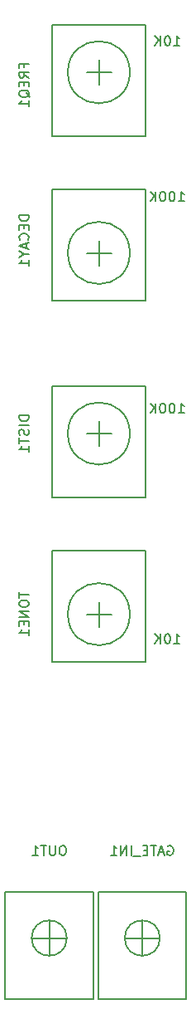
<source format=gbr>
%TF.GenerationSoftware,KiCad,Pcbnew,(5.1.6-0)*%
%TF.CreationDate,2022-12-04T14:57:16-05:00*%
%TF.ProjectId,KickDrum,4b69636b-4472-4756-9d2e-6b696361645f,rev?*%
%TF.SameCoordinates,Original*%
%TF.FileFunction,Legend,Bot*%
%TF.FilePolarity,Positive*%
%FSLAX46Y46*%
G04 Gerber Fmt 4.6, Leading zero omitted, Abs format (unit mm)*
G04 Created by KiCad (PCBNEW (5.1.6-0)) date 2022-12-04 14:57:16*
%MOMM*%
%LPD*%
G01*
G04 APERTURE LIST*
%ADD10C,0.150000*%
G04 APERTURE END LIST*
D10*
%TO.C,FREQ1*%
X126670000Y-76430000D02*
X117170000Y-76430000D01*
X126670000Y-87780000D02*
X117170000Y-87780000D01*
X117170000Y-76430000D02*
X117170000Y-87780000D01*
X126670000Y-76430000D02*
X126670000Y-87780000D01*
X125095000Y-81280000D02*
G75*
G03*
X125095000Y-81280000I-3175000J0D01*
G01*
X121920000Y-80010000D02*
X121920000Y-82550000D01*
X123190000Y-81280000D02*
X120650000Y-81280000D01*
%TO.C,TONE1*%
X117170000Y-141375000D02*
X126670000Y-141375000D01*
X117170000Y-130025000D02*
X126670000Y-130025000D01*
X126670000Y-141375000D02*
X126670000Y-130025000D01*
X117170000Y-141375000D02*
X117170000Y-130025000D01*
X125095000Y-136525000D02*
G75*
G03*
X125095000Y-136525000I-3175000J0D01*
G01*
X121920000Y-137795000D02*
X121920000Y-135255000D01*
X120650000Y-136525000D02*
X123190000Y-136525000D01*
%TO.C,DIST1*%
X126670000Y-113260000D02*
X117170000Y-113260000D01*
X126670000Y-124610000D02*
X117170000Y-124610000D01*
X117170000Y-113260000D02*
X117170000Y-124610000D01*
X126670000Y-113260000D02*
X126670000Y-124610000D01*
X125095000Y-118110000D02*
G75*
G03*
X125095000Y-118110000I-3175000J0D01*
G01*
X121920000Y-116840000D02*
X121920000Y-119380000D01*
X123190000Y-118110000D02*
X120650000Y-118110000D01*
%TO.C,DECAY1*%
X117170000Y-104545000D02*
X126670000Y-104545000D01*
X117170000Y-93195000D02*
X126670000Y-93195000D01*
X126670000Y-104545000D02*
X126670000Y-93195000D01*
X117170000Y-104545000D02*
X117170000Y-93195000D01*
X125095000Y-99695000D02*
G75*
G03*
X125095000Y-99695000I-3175000J0D01*
G01*
X121920000Y-100965000D02*
X121920000Y-98425000D01*
X120650000Y-99695000D02*
X123190000Y-99695000D01*
%TO.C,OUT1*%
X112340000Y-175745000D02*
X121340000Y-175745000D01*
X112340000Y-164845000D02*
X121340000Y-164845000D01*
X112340000Y-175745000D02*
X112340000Y-164845000D01*
X121340000Y-175745000D02*
X121340000Y-164845000D01*
X118640000Y-169545000D02*
G75*
G03*
X118640000Y-169545000I-1800000J0D01*
G01*
X116840000Y-171345000D02*
X116840000Y-167745000D01*
X115040000Y-169545000D02*
X118640000Y-169545000D01*
%TO.C,GATE_IN1*%
X121865000Y-175745000D02*
X130865000Y-175745000D01*
X121865000Y-164845000D02*
X130865000Y-164845000D01*
X121865000Y-175745000D02*
X121865000Y-164845000D01*
X130865000Y-175745000D02*
X130865000Y-164845000D01*
X128165000Y-169545000D02*
G75*
G03*
X128165000Y-169545000I-1800000J0D01*
G01*
X126365000Y-171345000D02*
X126365000Y-167745000D01*
X124565000Y-169545000D02*
X128165000Y-169545000D01*
%TO.C,FREQ1*%
X114228571Y-80740476D02*
X114228571Y-80407142D01*
X114752380Y-80407142D02*
X113752380Y-80407142D01*
X113752380Y-80883333D01*
X114752380Y-81835714D02*
X114276190Y-81502380D01*
X114752380Y-81264285D02*
X113752380Y-81264285D01*
X113752380Y-81645238D01*
X113800000Y-81740476D01*
X113847619Y-81788095D01*
X113942857Y-81835714D01*
X114085714Y-81835714D01*
X114180952Y-81788095D01*
X114228571Y-81740476D01*
X114276190Y-81645238D01*
X114276190Y-81264285D01*
X114228571Y-82264285D02*
X114228571Y-82597619D01*
X114752380Y-82740476D02*
X114752380Y-82264285D01*
X113752380Y-82264285D01*
X113752380Y-82740476D01*
X114847619Y-83835714D02*
X114800000Y-83740476D01*
X114704761Y-83645238D01*
X114561904Y-83502380D01*
X114514285Y-83407142D01*
X114514285Y-83311904D01*
X114752380Y-83359523D02*
X114704761Y-83264285D01*
X114609523Y-83169047D01*
X114419047Y-83121428D01*
X114085714Y-83121428D01*
X113895238Y-83169047D01*
X113800000Y-83264285D01*
X113752380Y-83359523D01*
X113752380Y-83550000D01*
X113800000Y-83645238D01*
X113895238Y-83740476D01*
X114085714Y-83788095D01*
X114419047Y-83788095D01*
X114609523Y-83740476D01*
X114704761Y-83645238D01*
X114752380Y-83550000D01*
X114752380Y-83359523D01*
X114752380Y-84740476D02*
X114752380Y-84169047D01*
X114752380Y-84454761D02*
X113752380Y-84454761D01*
X113895238Y-84359523D01*
X113990476Y-84264285D01*
X114038095Y-84169047D01*
X129595476Y-78557380D02*
X130166904Y-78557380D01*
X129881190Y-78557380D02*
X129881190Y-77557380D01*
X129976428Y-77700238D01*
X130071666Y-77795476D01*
X130166904Y-77843095D01*
X128976428Y-77557380D02*
X128881190Y-77557380D01*
X128785952Y-77605000D01*
X128738333Y-77652619D01*
X128690714Y-77747857D01*
X128643095Y-77938333D01*
X128643095Y-78176428D01*
X128690714Y-78366904D01*
X128738333Y-78462142D01*
X128785952Y-78509761D01*
X128881190Y-78557380D01*
X128976428Y-78557380D01*
X129071666Y-78509761D01*
X129119285Y-78462142D01*
X129166904Y-78366904D01*
X129214523Y-78176428D01*
X129214523Y-77938333D01*
X129166904Y-77747857D01*
X129119285Y-77652619D01*
X129071666Y-77605000D01*
X128976428Y-77557380D01*
X128214523Y-78557380D02*
X128214523Y-77557380D01*
X127643095Y-78557380D02*
X128071666Y-77985952D01*
X127643095Y-77557380D02*
X128214523Y-78128809D01*
%TO.C,TONE1*%
X113752380Y-134263095D02*
X113752380Y-134834523D01*
X114752380Y-134548809D02*
X113752380Y-134548809D01*
X113752380Y-135358333D02*
X113752380Y-135548809D01*
X113800000Y-135644047D01*
X113895238Y-135739285D01*
X114085714Y-135786904D01*
X114419047Y-135786904D01*
X114609523Y-135739285D01*
X114704761Y-135644047D01*
X114752380Y-135548809D01*
X114752380Y-135358333D01*
X114704761Y-135263095D01*
X114609523Y-135167857D01*
X114419047Y-135120238D01*
X114085714Y-135120238D01*
X113895238Y-135167857D01*
X113800000Y-135263095D01*
X113752380Y-135358333D01*
X114752380Y-136215476D02*
X113752380Y-136215476D01*
X114752380Y-136786904D01*
X113752380Y-136786904D01*
X114228571Y-137263095D02*
X114228571Y-137596428D01*
X114752380Y-137739285D02*
X114752380Y-137263095D01*
X113752380Y-137263095D01*
X113752380Y-137739285D01*
X114752380Y-138691666D02*
X114752380Y-138120238D01*
X114752380Y-138405952D02*
X113752380Y-138405952D01*
X113895238Y-138310714D01*
X113990476Y-138215476D01*
X114038095Y-138120238D01*
X129595476Y-139517380D02*
X130166904Y-139517380D01*
X129881190Y-139517380D02*
X129881190Y-138517380D01*
X129976428Y-138660238D01*
X130071666Y-138755476D01*
X130166904Y-138803095D01*
X128976428Y-138517380D02*
X128881190Y-138517380D01*
X128785952Y-138565000D01*
X128738333Y-138612619D01*
X128690714Y-138707857D01*
X128643095Y-138898333D01*
X128643095Y-139136428D01*
X128690714Y-139326904D01*
X128738333Y-139422142D01*
X128785952Y-139469761D01*
X128881190Y-139517380D01*
X128976428Y-139517380D01*
X129071666Y-139469761D01*
X129119285Y-139422142D01*
X129166904Y-139326904D01*
X129214523Y-139136428D01*
X129214523Y-138898333D01*
X129166904Y-138707857D01*
X129119285Y-138612619D01*
X129071666Y-138565000D01*
X128976428Y-138517380D01*
X128214523Y-139517380D02*
X128214523Y-138517380D01*
X127643095Y-139517380D02*
X128071666Y-138945952D01*
X127643095Y-138517380D02*
X128214523Y-139088809D01*
%TO.C,DIST1*%
X114752380Y-116276666D02*
X113752380Y-116276666D01*
X113752380Y-116514761D01*
X113800000Y-116657619D01*
X113895238Y-116752857D01*
X113990476Y-116800476D01*
X114180952Y-116848095D01*
X114323809Y-116848095D01*
X114514285Y-116800476D01*
X114609523Y-116752857D01*
X114704761Y-116657619D01*
X114752380Y-116514761D01*
X114752380Y-116276666D01*
X114752380Y-117276666D02*
X113752380Y-117276666D01*
X114704761Y-117705238D02*
X114752380Y-117848095D01*
X114752380Y-118086190D01*
X114704761Y-118181428D01*
X114657142Y-118229047D01*
X114561904Y-118276666D01*
X114466666Y-118276666D01*
X114371428Y-118229047D01*
X114323809Y-118181428D01*
X114276190Y-118086190D01*
X114228571Y-117895714D01*
X114180952Y-117800476D01*
X114133333Y-117752857D01*
X114038095Y-117705238D01*
X113942857Y-117705238D01*
X113847619Y-117752857D01*
X113800000Y-117800476D01*
X113752380Y-117895714D01*
X113752380Y-118133809D01*
X113800000Y-118276666D01*
X113752380Y-118562380D02*
X113752380Y-119133809D01*
X114752380Y-118848095D02*
X113752380Y-118848095D01*
X114752380Y-119990952D02*
X114752380Y-119419523D01*
X114752380Y-119705238D02*
X113752380Y-119705238D01*
X113895238Y-119610000D01*
X113990476Y-119514761D01*
X114038095Y-119419523D01*
X130071666Y-116022380D02*
X130643095Y-116022380D01*
X130357380Y-116022380D02*
X130357380Y-115022380D01*
X130452619Y-115165238D01*
X130547857Y-115260476D01*
X130643095Y-115308095D01*
X129452619Y-115022380D02*
X129357380Y-115022380D01*
X129262142Y-115070000D01*
X129214523Y-115117619D01*
X129166904Y-115212857D01*
X129119285Y-115403333D01*
X129119285Y-115641428D01*
X129166904Y-115831904D01*
X129214523Y-115927142D01*
X129262142Y-115974761D01*
X129357380Y-116022380D01*
X129452619Y-116022380D01*
X129547857Y-115974761D01*
X129595476Y-115927142D01*
X129643095Y-115831904D01*
X129690714Y-115641428D01*
X129690714Y-115403333D01*
X129643095Y-115212857D01*
X129595476Y-115117619D01*
X129547857Y-115070000D01*
X129452619Y-115022380D01*
X128500238Y-115022380D02*
X128405000Y-115022380D01*
X128309761Y-115070000D01*
X128262142Y-115117619D01*
X128214523Y-115212857D01*
X128166904Y-115403333D01*
X128166904Y-115641428D01*
X128214523Y-115831904D01*
X128262142Y-115927142D01*
X128309761Y-115974761D01*
X128405000Y-116022380D01*
X128500238Y-116022380D01*
X128595476Y-115974761D01*
X128643095Y-115927142D01*
X128690714Y-115831904D01*
X128738333Y-115641428D01*
X128738333Y-115403333D01*
X128690714Y-115212857D01*
X128643095Y-115117619D01*
X128595476Y-115070000D01*
X128500238Y-115022380D01*
X127738333Y-116022380D02*
X127738333Y-115022380D01*
X127166904Y-116022380D02*
X127595476Y-115450952D01*
X127166904Y-115022380D02*
X127738333Y-115593809D01*
%TO.C,DECAY1*%
X114752380Y-95877380D02*
X113752380Y-95877380D01*
X113752380Y-96115476D01*
X113800000Y-96258333D01*
X113895238Y-96353571D01*
X113990476Y-96401190D01*
X114180952Y-96448809D01*
X114323809Y-96448809D01*
X114514285Y-96401190D01*
X114609523Y-96353571D01*
X114704761Y-96258333D01*
X114752380Y-96115476D01*
X114752380Y-95877380D01*
X114228571Y-96877380D02*
X114228571Y-97210714D01*
X114752380Y-97353571D02*
X114752380Y-96877380D01*
X113752380Y-96877380D01*
X113752380Y-97353571D01*
X114657142Y-98353571D02*
X114704761Y-98305952D01*
X114752380Y-98163095D01*
X114752380Y-98067857D01*
X114704761Y-97925000D01*
X114609523Y-97829761D01*
X114514285Y-97782142D01*
X114323809Y-97734523D01*
X114180952Y-97734523D01*
X113990476Y-97782142D01*
X113895238Y-97829761D01*
X113800000Y-97925000D01*
X113752380Y-98067857D01*
X113752380Y-98163095D01*
X113800000Y-98305952D01*
X113847619Y-98353571D01*
X114466666Y-98734523D02*
X114466666Y-99210714D01*
X114752380Y-98639285D02*
X113752380Y-98972619D01*
X114752380Y-99305952D01*
X114276190Y-99829761D02*
X114752380Y-99829761D01*
X113752380Y-99496428D02*
X114276190Y-99829761D01*
X113752380Y-100163095D01*
X114752380Y-101020238D02*
X114752380Y-100448809D01*
X114752380Y-100734523D02*
X113752380Y-100734523D01*
X113895238Y-100639285D01*
X113990476Y-100544047D01*
X114038095Y-100448809D01*
X130071666Y-94432380D02*
X130643095Y-94432380D01*
X130357380Y-94432380D02*
X130357380Y-93432380D01*
X130452619Y-93575238D01*
X130547857Y-93670476D01*
X130643095Y-93718095D01*
X129452619Y-93432380D02*
X129357380Y-93432380D01*
X129262142Y-93480000D01*
X129214523Y-93527619D01*
X129166904Y-93622857D01*
X129119285Y-93813333D01*
X129119285Y-94051428D01*
X129166904Y-94241904D01*
X129214523Y-94337142D01*
X129262142Y-94384761D01*
X129357380Y-94432380D01*
X129452619Y-94432380D01*
X129547857Y-94384761D01*
X129595476Y-94337142D01*
X129643095Y-94241904D01*
X129690714Y-94051428D01*
X129690714Y-93813333D01*
X129643095Y-93622857D01*
X129595476Y-93527619D01*
X129547857Y-93480000D01*
X129452619Y-93432380D01*
X128500238Y-93432380D02*
X128405000Y-93432380D01*
X128309761Y-93480000D01*
X128262142Y-93527619D01*
X128214523Y-93622857D01*
X128166904Y-93813333D01*
X128166904Y-94051428D01*
X128214523Y-94241904D01*
X128262142Y-94337142D01*
X128309761Y-94384761D01*
X128405000Y-94432380D01*
X128500238Y-94432380D01*
X128595476Y-94384761D01*
X128643095Y-94337142D01*
X128690714Y-94241904D01*
X128738333Y-94051428D01*
X128738333Y-93813333D01*
X128690714Y-93622857D01*
X128643095Y-93527619D01*
X128595476Y-93480000D01*
X128500238Y-93432380D01*
X127738333Y-94432380D02*
X127738333Y-93432380D01*
X127166904Y-94432380D02*
X127595476Y-93860952D01*
X127166904Y-93432380D02*
X127738333Y-94003809D01*
%TO.C,OUT1*%
X118316190Y-160107380D02*
X118125714Y-160107380D01*
X118030476Y-160155000D01*
X117935238Y-160250238D01*
X117887619Y-160440714D01*
X117887619Y-160774047D01*
X117935238Y-160964523D01*
X118030476Y-161059761D01*
X118125714Y-161107380D01*
X118316190Y-161107380D01*
X118411428Y-161059761D01*
X118506666Y-160964523D01*
X118554285Y-160774047D01*
X118554285Y-160440714D01*
X118506666Y-160250238D01*
X118411428Y-160155000D01*
X118316190Y-160107380D01*
X117459047Y-160107380D02*
X117459047Y-160916904D01*
X117411428Y-161012142D01*
X117363809Y-161059761D01*
X117268571Y-161107380D01*
X117078095Y-161107380D01*
X116982857Y-161059761D01*
X116935238Y-161012142D01*
X116887619Y-160916904D01*
X116887619Y-160107380D01*
X116554285Y-160107380D02*
X115982857Y-160107380D01*
X116268571Y-161107380D02*
X116268571Y-160107380D01*
X115125714Y-161107380D02*
X115697142Y-161107380D01*
X115411428Y-161107380D02*
X115411428Y-160107380D01*
X115506666Y-160250238D01*
X115601904Y-160345476D01*
X115697142Y-160393095D01*
%TO.C,GATE_IN1*%
X128984047Y-160155000D02*
X129079285Y-160107380D01*
X129222142Y-160107380D01*
X129365000Y-160155000D01*
X129460238Y-160250238D01*
X129507857Y-160345476D01*
X129555476Y-160535952D01*
X129555476Y-160678809D01*
X129507857Y-160869285D01*
X129460238Y-160964523D01*
X129365000Y-161059761D01*
X129222142Y-161107380D01*
X129126904Y-161107380D01*
X128984047Y-161059761D01*
X128936428Y-161012142D01*
X128936428Y-160678809D01*
X129126904Y-160678809D01*
X128555476Y-160821666D02*
X128079285Y-160821666D01*
X128650714Y-161107380D02*
X128317380Y-160107380D01*
X127984047Y-161107380D01*
X127793571Y-160107380D02*
X127222142Y-160107380D01*
X127507857Y-161107380D02*
X127507857Y-160107380D01*
X126888809Y-160583571D02*
X126555476Y-160583571D01*
X126412619Y-161107380D02*
X126888809Y-161107380D01*
X126888809Y-160107380D01*
X126412619Y-160107380D01*
X126222142Y-161202619D02*
X125460238Y-161202619D01*
X125222142Y-161107380D02*
X125222142Y-160107380D01*
X124745952Y-161107380D02*
X124745952Y-160107380D01*
X124174523Y-161107380D01*
X124174523Y-160107380D01*
X123174523Y-161107380D02*
X123745952Y-161107380D01*
X123460238Y-161107380D02*
X123460238Y-160107380D01*
X123555476Y-160250238D01*
X123650714Y-160345476D01*
X123745952Y-160393095D01*
%TD*%
M02*

</source>
